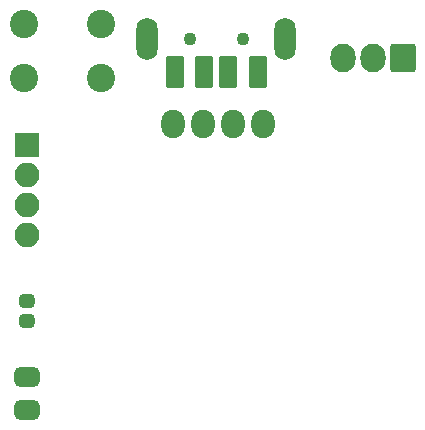
<source format=gts>
G04 #@! TF.GenerationSoftware,KiCad,Pcbnew,(6.0.0)*
G04 #@! TF.CreationDate,2022-01-08T18:45:48-05:00*
G04 #@! TF.ProjectId,anavi-thermometer,616e6176-692d-4746-9865-726d6f6d6574,rev?*
G04 #@! TF.SameCoordinates,Original*
G04 #@! TF.FileFunction,Soldermask,Top*
G04 #@! TF.FilePolarity,Negative*
%FSLAX46Y46*%
G04 Gerber Fmt 4.6, Leading zero omitted, Abs format (unit mm)*
G04 Created by KiCad (PCBNEW (6.0.0)) date 2022-01-08 18:45:48*
%MOMM*%
%LPD*%
G01*
G04 APERTURE LIST*
G04 Aperture macros list*
%AMRoundRect*
0 Rectangle with rounded corners*
0 $1 Rounding radius*
0 $2 $3 $4 $5 $6 $7 $8 $9 X,Y pos of 4 corners*
0 Add a 4 corners polygon primitive as box body*
4,1,4,$2,$3,$4,$5,$6,$7,$8,$9,$2,$3,0*
0 Add four circle primitives for the rounded corners*
1,1,$1+$1,$2,$3*
1,1,$1+$1,$4,$5*
1,1,$1+$1,$6,$7*
1,1,$1+$1,$8,$9*
0 Add four rect primitives between the rounded corners*
20,1,$1+$1,$2,$3,$4,$5,0*
20,1,$1+$1,$4,$5,$6,$7,0*
20,1,$1+$1,$6,$7,$8,$9,0*
20,1,$1+$1,$8,$9,$2,$3,0*%
G04 Aperture macros list end*
%ADD10RoundRect,0.450000X0.625000X-0.375000X0.625000X0.375000X-0.625000X0.375000X-0.625000X-0.375000X0*%
%ADD11RoundRect,0.400000X-0.275000X0.200000X-0.275000X-0.200000X0.275000X-0.200000X0.275000X0.200000X0*%
%ADD12C,2.400000*%
%ADD13RoundRect,0.200000X-0.863600X1.016000X-0.863600X-1.016000X0.863600X-1.016000X0.863600X1.016000X0*%
%ADD14O,2.127200X2.432000*%
%ADD15RoundRect,0.200000X-0.850000X-0.850000X0.850000X-0.850000X0.850000X0.850000X-0.850000X0.850000X0*%
%ADD16O,2.100000X2.100000*%
%ADD17O,2.000000X2.400000*%
%ADD18C,1.100000*%
%ADD19RoundRect,0.200000X0.600000X1.150000X-0.600000X1.150000X-0.600000X-1.150000X0.600000X-1.150000X0*%
%ADD20O,1.800000X3.600000*%
G04 APERTURE END LIST*
D10*
X124000000Y-111400000D03*
X124000000Y-108600000D03*
D11*
X124000000Y-102175000D03*
X124000000Y-103825000D03*
D12*
X130250000Y-78750000D03*
X123750000Y-78750000D03*
X130250000Y-83250000D03*
X123750000Y-83250000D03*
D13*
X155783676Y-81563234D03*
D14*
X153243676Y-81563234D03*
X150703676Y-81563234D03*
D15*
X124000000Y-89000000D03*
D16*
X124000000Y-91540000D03*
X124000000Y-94080000D03*
X124000000Y-96620000D03*
D17*
X136380000Y-87199373D03*
X138920000Y-87199373D03*
X141460000Y-87199373D03*
X144000000Y-87199373D03*
D18*
X137750000Y-80000000D03*
X142250000Y-80000000D03*
D19*
X143500000Y-82750000D03*
X141000000Y-82750000D03*
X139000000Y-82750000D03*
X136500000Y-82750000D03*
D20*
X145850000Y-80000000D03*
X134150000Y-80000000D03*
M02*

</source>
